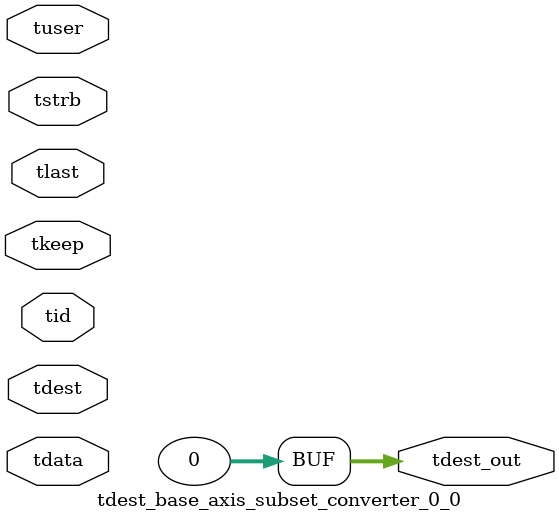
<source format=v>


`timescale 1ps/1ps

module tdest_base_axis_subset_converter_0_0 #
(
parameter C_S_AXIS_TDATA_WIDTH = 32,
parameter C_S_AXIS_TUSER_WIDTH = 0,
parameter C_S_AXIS_TID_WIDTH   = 0,
parameter C_S_AXIS_TDEST_WIDTH = 0,
parameter C_M_AXIS_TDEST_WIDTH = 32
)
(
input  [(C_S_AXIS_TDATA_WIDTH == 0 ? 1 : C_S_AXIS_TDATA_WIDTH)-1:0     ] tdata,
input  [(C_S_AXIS_TUSER_WIDTH == 0 ? 1 : C_S_AXIS_TUSER_WIDTH)-1:0     ] tuser,
input  [(C_S_AXIS_TID_WIDTH   == 0 ? 1 : C_S_AXIS_TID_WIDTH)-1:0       ] tid,
input  [(C_S_AXIS_TDEST_WIDTH == 0 ? 1 : C_S_AXIS_TDEST_WIDTH)-1:0     ] tdest,
input  [(C_S_AXIS_TDATA_WIDTH/8)-1:0 ] tkeep,
input  [(C_S_AXIS_TDATA_WIDTH/8)-1:0 ] tstrb,
input                                                                    tlast,
output [C_M_AXIS_TDEST_WIDTH-1:0] tdest_out
);

assign tdest_out = {1'b0};

endmodule


</source>
